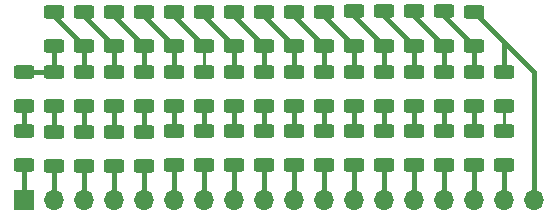
<source format=gtl>
G04 #@! TF.GenerationSoftware,KiCad,Pcbnew,7.0.9-7.0.9~ubuntu22.04.1*
G04 #@! TF.CreationDate,2023-11-21T00:20:31+01:00*
G04 #@! TF.ProjectId,dac-pcb,6461632d-7063-4622-9e6b-696361645f70,rev?*
G04 #@! TF.SameCoordinates,Original*
G04 #@! TF.FileFunction,Copper,L1,Top*
G04 #@! TF.FilePolarity,Positive*
%FSLAX46Y46*%
G04 Gerber Fmt 4.6, Leading zero omitted, Abs format (unit mm)*
G04 Created by KiCad (PCBNEW 7.0.9-7.0.9~ubuntu22.04.1) date 2023-11-21 00:20:31*
%MOMM*%
%LPD*%
G01*
G04 APERTURE LIST*
G04 Aperture macros list*
%AMRoundRect*
0 Rectangle with rounded corners*
0 $1 Rounding radius*
0 $2 $3 $4 $5 $6 $7 $8 $9 X,Y pos of 4 corners*
0 Add a 4 corners polygon primitive as box body*
4,1,4,$2,$3,$4,$5,$6,$7,$8,$9,$2,$3,0*
0 Add four circle primitives for the rounded corners*
1,1,$1+$1,$2,$3*
1,1,$1+$1,$4,$5*
1,1,$1+$1,$6,$7*
1,1,$1+$1,$8,$9*
0 Add four rect primitives between the rounded corners*
20,1,$1+$1,$2,$3,$4,$5,0*
20,1,$1+$1,$4,$5,$6,$7,0*
20,1,$1+$1,$6,$7,$8,$9,0*
20,1,$1+$1,$8,$9,$2,$3,0*%
G04 Aperture macros list end*
G04 #@! TA.AperFunction,SMDPad,CuDef*
%ADD10RoundRect,0.250000X-0.625000X0.312500X-0.625000X-0.312500X0.625000X-0.312500X0.625000X0.312500X0*%
G04 #@! TD*
G04 #@! TA.AperFunction,SMDPad,CuDef*
%ADD11RoundRect,0.250000X0.625000X-0.312500X0.625000X0.312500X-0.625000X0.312500X-0.625000X-0.312500X0*%
G04 #@! TD*
G04 #@! TA.AperFunction,ComponentPad*
%ADD12R,1.700000X1.700000*%
G04 #@! TD*
G04 #@! TA.AperFunction,ComponentPad*
%ADD13O,1.700000X1.700000*%
G04 #@! TD*
G04 #@! TA.AperFunction,Conductor*
%ADD14C,0.400000*%
G04 #@! TD*
G04 #@! TA.AperFunction,Conductor*
%ADD15C,0.250000*%
G04 #@! TD*
G04 APERTURE END LIST*
D10*
X160020000Y-24322500D03*
X160020000Y-21397500D03*
D11*
X137160000Y-19242500D03*
X137160000Y-16317500D03*
D10*
X149860000Y-29341000D03*
X149860000Y-26416000D03*
X157480000Y-24322500D03*
X157480000Y-21397500D03*
D11*
X152400000Y-19242500D03*
X152400000Y-16317500D03*
D10*
X154940000Y-29341000D03*
X154940000Y-26416000D03*
X170180000Y-29341000D03*
X170180000Y-26416000D03*
D11*
X139700000Y-19242500D03*
X139700000Y-16317500D03*
D10*
X165100000Y-29341000D03*
X165100000Y-26416000D03*
X170180000Y-24322500D03*
X170180000Y-21397500D03*
X167640000Y-24322500D03*
X167640000Y-21397500D03*
X134620000Y-24322500D03*
X134620000Y-21397500D03*
X144780000Y-29341000D03*
X144780000Y-26416000D03*
X162560000Y-24322500D03*
X162560000Y-21397500D03*
X134620000Y-26477500D03*
X134620000Y-29402500D03*
X139700000Y-26477500D03*
X139700000Y-29402500D03*
X152400000Y-24322500D03*
X152400000Y-21397500D03*
X144780000Y-24322500D03*
X144780000Y-21397500D03*
X160020000Y-29341000D03*
X160020000Y-26416000D03*
D11*
X149860000Y-16317500D03*
X149860000Y-19242500D03*
X132080000Y-16317500D03*
X132080000Y-19242500D03*
D10*
X129540000Y-24322500D03*
X129540000Y-21397500D03*
D11*
X134620000Y-19242500D03*
X134620000Y-16317500D03*
D10*
X129540000Y-29341000D03*
X129540000Y-26416000D03*
D11*
X157480000Y-19231800D03*
X157480000Y-16306800D03*
D10*
X147320000Y-26426700D03*
X147320000Y-29351700D03*
X147320000Y-21397500D03*
X147320000Y-24322500D03*
D11*
X165100000Y-19231800D03*
X165100000Y-16306800D03*
D10*
X137160000Y-21397500D03*
X137160000Y-24322500D03*
X167640000Y-29341000D03*
X167640000Y-26416000D03*
X152400000Y-29341000D03*
X152400000Y-26416000D03*
X149860000Y-24322500D03*
X149860000Y-21397500D03*
X154940000Y-24322500D03*
X154940000Y-21397500D03*
X142240000Y-26416000D03*
X142240000Y-29341000D03*
X137160000Y-29402500D03*
X137160000Y-26477500D03*
X139700000Y-21397500D03*
X139700000Y-24322500D03*
X142240000Y-24322500D03*
X142240000Y-21397500D03*
D12*
X129540000Y-32258000D03*
D13*
X132080000Y-32258000D03*
X134620000Y-32258000D03*
X137160000Y-32258000D03*
X139700000Y-32258000D03*
X142240000Y-32258000D03*
X144780000Y-32258000D03*
X147320000Y-32258000D03*
X149860000Y-32258000D03*
X152400000Y-32258000D03*
X154940000Y-32258000D03*
X157480000Y-32258000D03*
X160020000Y-32258000D03*
X162560000Y-32258000D03*
X165100000Y-32258000D03*
X167640000Y-32258000D03*
X170180000Y-32258000D03*
X172720000Y-32258000D03*
D11*
X160020000Y-19231800D03*
X160020000Y-16306800D03*
D10*
X132080000Y-26477500D03*
X132080000Y-29402500D03*
X165100000Y-24322500D03*
X165100000Y-21397500D03*
D11*
X142240000Y-19242500D03*
X142240000Y-16317500D03*
X167640000Y-19242500D03*
X167640000Y-16317500D03*
D10*
X157480000Y-29341000D03*
X157480000Y-26416000D03*
X132080000Y-21397500D03*
X132080000Y-24322500D03*
D11*
X154940000Y-19242500D03*
X154940000Y-16317500D03*
X144780000Y-19242500D03*
X144780000Y-16317500D03*
D10*
X162560000Y-29341000D03*
X162560000Y-26416000D03*
D11*
X147320000Y-19242500D03*
X147320000Y-16317500D03*
X162560000Y-19231800D03*
X162560000Y-16306800D03*
D14*
X172720000Y-32258000D02*
X172720000Y-21397500D01*
X172720000Y-21397500D02*
X170180000Y-18857500D01*
X170180000Y-29341000D02*
X170180000Y-32258000D01*
X167640000Y-29341000D02*
X167640000Y-32258000D01*
X165100000Y-29341000D02*
X165100000Y-32258000D01*
X162560000Y-29341000D02*
X162560000Y-32258000D01*
X160020000Y-29341000D02*
X160020000Y-32258000D01*
X157480000Y-29341000D02*
X157480000Y-32258000D01*
X154940000Y-29341000D02*
X154940000Y-32258000D01*
X152400000Y-29341000D02*
X152400000Y-32258000D01*
X149860000Y-29341000D02*
X149860000Y-32258000D01*
X147320000Y-29351700D02*
X147320000Y-32258000D01*
X147320000Y-29351700D02*
X147320000Y-29210000D01*
X144780000Y-29341000D02*
X144780000Y-32258000D01*
X142240000Y-29341000D02*
X142240000Y-32258000D01*
X139700000Y-29402500D02*
X139700000Y-32258000D01*
X137160000Y-29402500D02*
X137160000Y-32258000D01*
X134620000Y-32258000D02*
X134620000Y-29402500D01*
X132080000Y-29402500D02*
X132080000Y-32258000D01*
X129540000Y-32258000D02*
X129540000Y-29341000D01*
X170180000Y-21397500D02*
X170180000Y-18857500D01*
X170180000Y-18857500D02*
X167640000Y-16317500D01*
X167640000Y-24322500D02*
X167640000Y-26416000D01*
X165100000Y-24322500D02*
X165100000Y-26416000D01*
X162560000Y-24322500D02*
X162560000Y-26416000D01*
X160020000Y-24322500D02*
X160020000Y-26416000D01*
X157480000Y-24322500D02*
X157480000Y-26416000D01*
X154940000Y-24322500D02*
X154940000Y-26416000D01*
X152400000Y-24322500D02*
X152400000Y-26416000D01*
X149860000Y-24322500D02*
X149860000Y-26416000D01*
X147320000Y-24322500D02*
X147320000Y-26426700D01*
X144780000Y-24322500D02*
X144780000Y-26416000D01*
X142240000Y-24322500D02*
X142240000Y-26416000D01*
X139700000Y-24322500D02*
X139700000Y-26477500D01*
X137160000Y-24322500D02*
X137160000Y-26477500D01*
X134620000Y-24322500D02*
X134620000Y-26477500D01*
X132080000Y-24322500D02*
X132080000Y-26477500D01*
X129540000Y-24322500D02*
X129540000Y-26416000D01*
X129540000Y-21397500D02*
X132080000Y-21397500D01*
X132080000Y-19242500D02*
X132080000Y-21397500D01*
X134620000Y-19242500D02*
X134620000Y-21397500D01*
X137160000Y-19242500D02*
X137160000Y-21397500D01*
X139700000Y-19242500D02*
X139700000Y-21397500D01*
X142240000Y-19242500D02*
X142240000Y-21397500D01*
D15*
X144780000Y-19242500D02*
X144780000Y-21397500D01*
D14*
X147320000Y-19242500D02*
X147320000Y-21397500D01*
X149860000Y-19242500D02*
X149860000Y-21397500D01*
X152400000Y-19242500D02*
X152400000Y-21397500D01*
X154940000Y-19242500D02*
X154940000Y-21397500D01*
X157480000Y-19231800D02*
X157480000Y-21397500D01*
X160020000Y-19231800D02*
X160020000Y-21397500D01*
X162560000Y-19231800D02*
X162560000Y-21397500D01*
X165100000Y-19231800D02*
X165100000Y-21397500D01*
X167640000Y-19242500D02*
X167640000Y-21397500D01*
X165100000Y-16306800D02*
X165100000Y-16702500D01*
X165100000Y-16702500D02*
X167640000Y-19242500D01*
X162560000Y-16306800D02*
X162560000Y-16691800D01*
X162560000Y-16691800D02*
X165100000Y-19231800D01*
X160020000Y-16306800D02*
X160020000Y-16691800D01*
X160020000Y-16691800D02*
X162560000Y-19231800D01*
X157480000Y-16306800D02*
X157480000Y-16691800D01*
X157480000Y-16691800D02*
X160020000Y-19231800D01*
X154940000Y-16317500D02*
X154940000Y-16691800D01*
X154940000Y-16691800D02*
X157480000Y-19231800D01*
X149860000Y-16317500D02*
X149860000Y-16702500D01*
X149860000Y-16702500D02*
X152400000Y-19242500D01*
X152400000Y-16317500D02*
X152400000Y-16702500D01*
X152400000Y-16702500D02*
X154940000Y-19242500D01*
X147320000Y-16317500D02*
X147320000Y-16702500D01*
X147320000Y-16702500D02*
X149860000Y-19242500D01*
X139700000Y-16317500D02*
X139700000Y-16702500D01*
X139700000Y-16702500D02*
X142240000Y-19242500D01*
X137160000Y-16317500D02*
X137160000Y-16702500D01*
X137160000Y-16702500D02*
X139700000Y-19242500D01*
X134620000Y-16317500D02*
X134620000Y-16702500D01*
X134620000Y-16702500D02*
X137160000Y-19242500D01*
X132080000Y-16317500D02*
X132080000Y-16702500D01*
X132080000Y-16702500D02*
X134620000Y-19242500D01*
X142240000Y-16702500D02*
X144780000Y-19242500D01*
X144780000Y-16702500D02*
X147320000Y-19242500D01*
X142240000Y-16317500D02*
X142240000Y-16702500D01*
X144780000Y-16317500D02*
X144780000Y-16702500D01*
D15*
X170180000Y-26416000D02*
X170180000Y-24322500D01*
X144780000Y-18857500D02*
X144780000Y-19242500D01*
M02*

</source>
